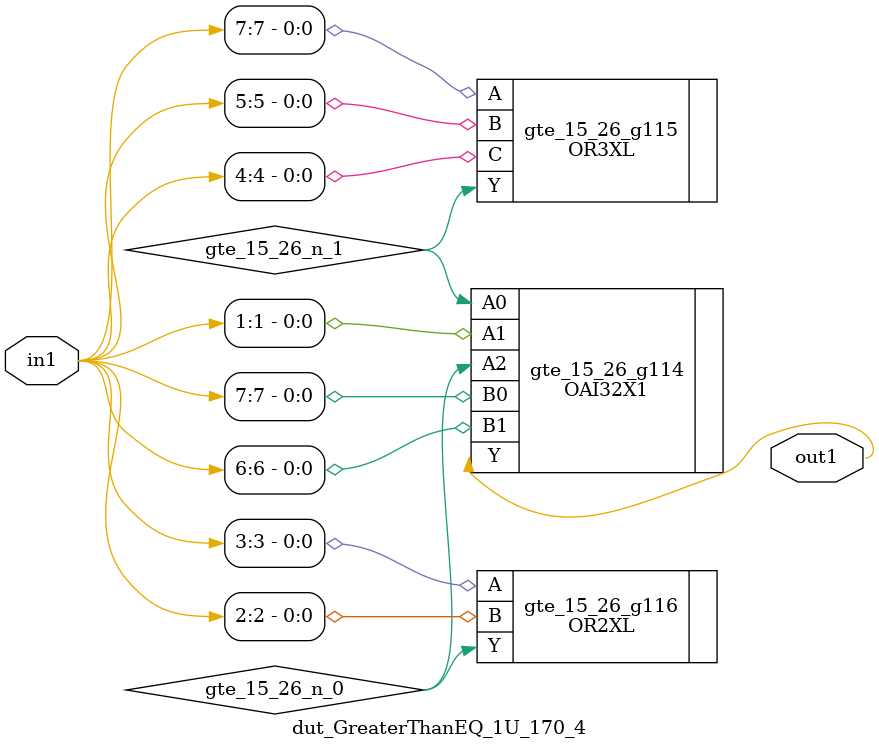
<source format=v>
`timescale 1ps / 1ps


module dut_GreaterThanEQ_1U_170_4(in1, out1);
  input [7:0] in1;
  output out1;
  wire [7:0] in1;
  wire out1;
  wire gte_15_26_n_0, gte_15_26_n_1;
  OAI32X1 gte_15_26_g114(.A0 (gte_15_26_n_1), .A1 (in1[1]), .A2
       (gte_15_26_n_0), .B0 (in1[7]), .B1 (in1[6]), .Y (out1));
  OR3XL gte_15_26_g115(.A (in1[7]), .B (in1[5]), .C (in1[4]), .Y
       (gte_15_26_n_1));
  OR2XL gte_15_26_g116(.A (in1[3]), .B (in1[2]), .Y (gte_15_26_n_0));
endmodule



</source>
